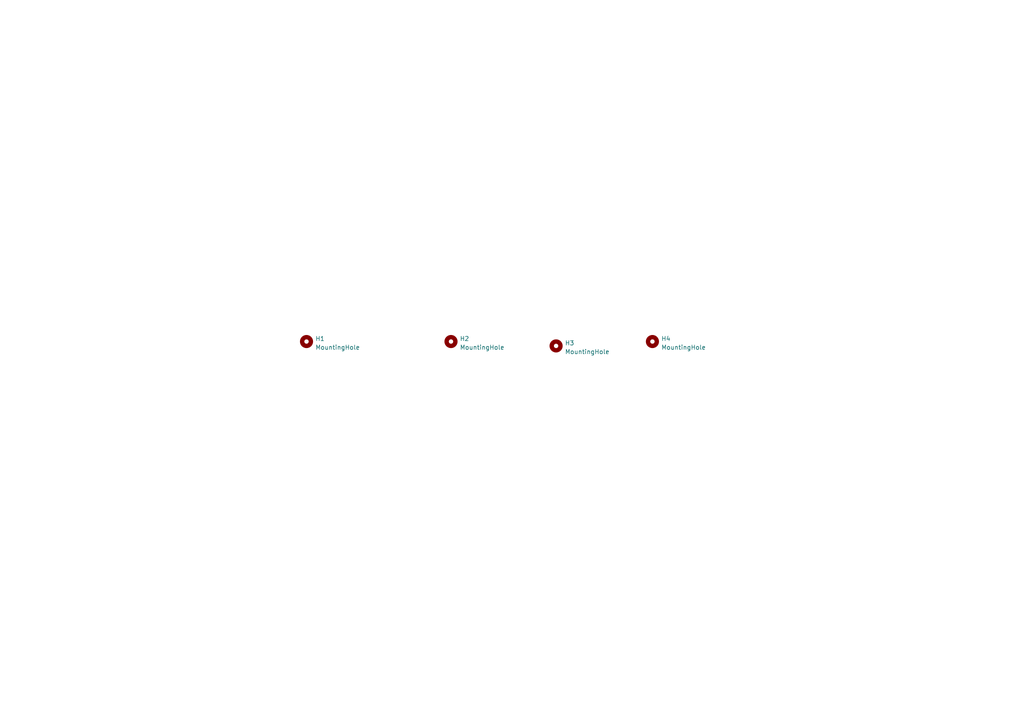
<source format=kicad_sch>
(kicad_sch (version 20211123) (generator eeschema)
  (paper "A4")
  (lib_symbols
    (symbol "Mechanical:MountingHole" (pin_names (offset 1.016))
      (property "Reference" "H" (at 0 5.08 0))
      (property "Value" "MountingHole" (at 0 3.175 0))
      (symbol "MountingHole_0_1"
        (circle (center 0 0) (radius 1.27) (stroke (width 1.27)))
      )
    )
  )
  (symbol (lib_id "Mechanical:MountingHole") (at 88.9 99.06 0) (unit 1)
    (property "Reference" "H1" (at 91.44 98.2253 0) (effects (justify left)))
    (property "Value" "MountingHole" (at 91.44 100.7622 0) (effects (justify left)))
    (property "Footprint" "MountingHole:MountingHole_3.2mm_M3" (effects hide))
  )
  (symbol (lib_id "Mechanical:MountingHole") (at 161.29 100.33 0) (unit 1)
    (property "Reference" "H3" (at 163.83 99.4953 0) (effects (justify left)))
    (property "Value" "MountingHole" (at 163.83 102.0322 0) (effects (justify left)))
    (property "Footprint" "MountingHole:MountingHole_3.2mm_M3" (effects hide))
  )
  (symbol (lib_id "Mechanical:MountingHole") (at 130.81 99.06 0) (unit 1)
    (property "Reference" "H2" (at 133.35 98.2253 0) (effects (justify left)))
    (property "Value" "MountingHole" (at 133.35 100.7622 0) (effects (justify left)))
    (property "Footprint" "MountingHole:MountingHole_3.2mm_M3" (effects hide))
  )
  (symbol (lib_id "Mechanical:MountingHole") (at 189.23 99.06 0) (unit 1)
    (property "Reference" "H4" (at 191.77 98.2253 0) (effects (justify left)))
    (property "Value" "MountingHole" (at 191.77 100.7622 0) (effects (justify left)))
    (property "Footprint" "MountingHole:MountingHole_3.2mm_M3" (effects hide))
  )
)
</source>
